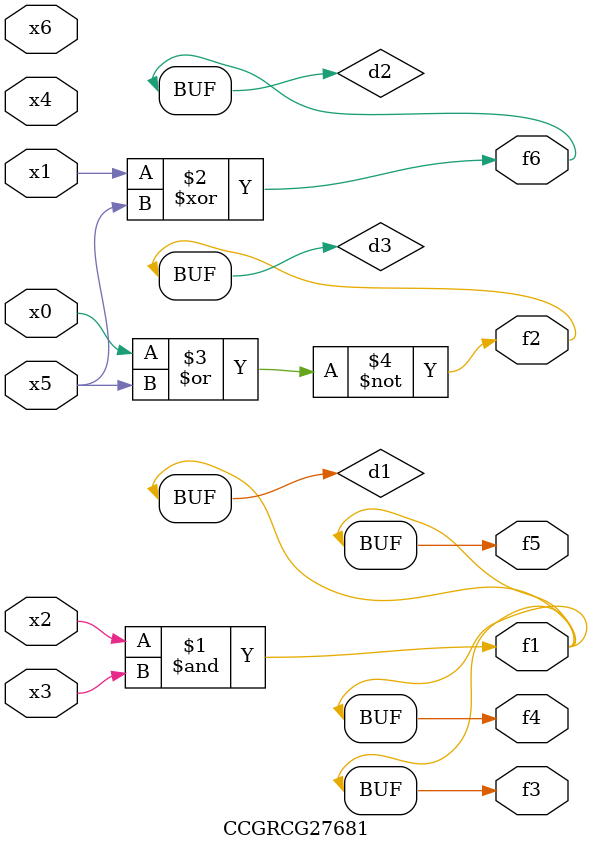
<source format=v>
module CCGRCG27681(
	input x0, x1, x2, x3, x4, x5, x6,
	output f1, f2, f3, f4, f5, f6
);

	wire d1, d2, d3;

	and (d1, x2, x3);
	xor (d2, x1, x5);
	nor (d3, x0, x5);
	assign f1 = d1;
	assign f2 = d3;
	assign f3 = d1;
	assign f4 = d1;
	assign f5 = d1;
	assign f6 = d2;
endmodule

</source>
